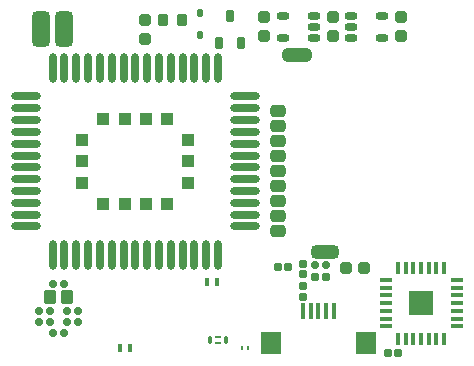
<source format=gtp>
%FSLAX44Y44*%
%MOMM*%
G71*
G01*
G75*
G04 Layer_Color=8421504*
G04:AMPARAMS|DCode=10|XSize=1.5mm|YSize=3mm|CornerRadius=0.375mm|HoleSize=0mm|Usage=FLASHONLY|Rotation=0.000|XOffset=0mm|YOffset=0mm|HoleType=Round|Shape=RoundedRectangle|*
%AMROUNDEDRECTD10*
21,1,1.5000,2.2500,0,0,0.0*
21,1,0.7500,3.0000,0,0,0.0*
1,1,0.7500,0.3750,-1.1250*
1,1,0.7500,-0.3750,-1.1250*
1,1,0.7500,-0.3750,1.1250*
1,1,0.7500,0.3750,1.1250*
%
%ADD10ROUNDEDRECTD10*%
%ADD11R,0.4000X1.4000*%
%ADD12R,1.8000X1.9000*%
G04:AMPARAMS|DCode=13|XSize=1mm|YSize=1.2mm|CornerRadius=0.165mm|HoleSize=0mm|Usage=FLASHONLY|Rotation=0.000|XOffset=0mm|YOffset=0mm|HoleType=Round|Shape=RoundedRectangle|*
%AMROUNDEDRECTD13*
21,1,1.0000,0.8700,0,0,0.0*
21,1,0.6700,1.2000,0,0,0.0*
1,1,0.3300,0.3350,-0.4350*
1,1,0.3300,-0.3350,-0.4350*
1,1,0.3300,-0.3350,0.4350*
1,1,0.3300,0.3350,0.4350*
%
%ADD13ROUNDEDRECTD13*%
G04:AMPARAMS|DCode=14|XSize=2.35mm|YSize=1.15mm|CornerRadius=0.3852mm|HoleSize=0mm|Usage=FLASHONLY|Rotation=180.000|XOffset=0mm|YOffset=0mm|HoleType=Round|Shape=RoundedRectangle|*
%AMROUNDEDRECTD14*
21,1,2.3500,0.3795,0,0,180.0*
21,1,1.5795,1.1500,0,0,180.0*
1,1,0.7705,-0.7897,0.1898*
1,1,0.7705,0.7897,0.1898*
1,1,0.7705,0.7897,-0.1898*
1,1,0.7705,-0.7897,-0.1898*
%
%ADD14ROUNDEDRECTD14*%
G04:AMPARAMS|DCode=15|XSize=1.3mm|YSize=1mm|CornerRadius=0.25mm|HoleSize=0mm|Usage=FLASHONLY|Rotation=180.000|XOffset=0mm|YOffset=0mm|HoleType=Round|Shape=RoundedRectangle|*
%AMROUNDEDRECTD15*
21,1,1.3000,0.5000,0,0,180.0*
21,1,0.8000,1.0000,0,0,180.0*
1,1,0.5000,-0.4000,0.2500*
1,1,0.5000,0.4000,0.2500*
1,1,0.5000,0.4000,-0.2500*
1,1,0.5000,-0.4000,-0.2500*
%
%ADD15ROUNDEDRECTD15*%
G04:AMPARAMS|DCode=16|XSize=2.5mm|YSize=1.15mm|CornerRadius=0.3852mm|HoleSize=0mm|Usage=FLASHONLY|Rotation=180.000|XOffset=0mm|YOffset=0mm|HoleType=Round|Shape=RoundedRectangle|*
%AMROUNDEDRECTD16*
21,1,2.5000,0.3795,0,0,180.0*
21,1,1.7295,1.1500,0,0,180.0*
1,1,0.7705,-0.8648,0.1898*
1,1,0.7705,0.8648,0.1898*
1,1,0.7705,0.8648,-0.1898*
1,1,0.7705,-0.8648,-0.1898*
%
%ADD16ROUNDEDRECTD16*%
%ADD17O,0.7000X2.5000*%
%ADD18O,2.5000X0.7000*%
%ADD19R,1.1000X1.1000*%
%ADD20R,4.0000X4.0000*%
%ADD21O,1.1000X0.4000*%
%ADD22O,0.4000X1.1000*%
G04:AMPARAMS|DCode=23|XSize=1.1mm|YSize=0.6mm|CornerRadius=0.201mm|HoleSize=0mm|Usage=FLASHONLY|Rotation=180.000|XOffset=0mm|YOffset=0mm|HoleType=Round|Shape=RoundedRectangle|*
%AMROUNDEDRECTD23*
21,1,1.1000,0.1980,0,0,180.0*
21,1,0.6980,0.6000,0,0,180.0*
1,1,0.4020,-0.3490,0.0990*
1,1,0.4020,0.3490,0.0990*
1,1,0.4020,0.3490,-0.0990*
1,1,0.4020,-0.3490,-0.0990*
%
%ADD23ROUNDEDRECTD23*%
G04:AMPARAMS|DCode=24|XSize=1mm|YSize=0.9mm|CornerRadius=0.198mm|HoleSize=0mm|Usage=FLASHONLY|Rotation=90.000|XOffset=0mm|YOffset=0mm|HoleType=Round|Shape=RoundedRectangle|*
%AMROUNDEDRECTD24*
21,1,1.0000,0.5040,0,0,90.0*
21,1,0.6040,0.9000,0,0,90.0*
1,1,0.3960,0.2520,0.3020*
1,1,0.3960,0.2520,-0.3020*
1,1,0.3960,-0.2520,-0.3020*
1,1,0.3960,-0.2520,0.3020*
%
%ADD24ROUNDEDRECTD24*%
G04:AMPARAMS|DCode=25|XSize=0.67mm|YSize=0.67mm|CornerRadius=0.1508mm|HoleSize=0mm|Usage=FLASHONLY|Rotation=180.000|XOffset=0mm|YOffset=0mm|HoleType=Round|Shape=RoundedRectangle|*
%AMROUNDEDRECTD25*
21,1,0.6700,0.3685,0,0,180.0*
21,1,0.3685,0.6700,0,0,180.0*
1,1,0.3015,-0.1843,0.1843*
1,1,0.3015,0.1843,0.1843*
1,1,0.3015,0.1843,-0.1843*
1,1,0.3015,-0.1843,-0.1843*
%
%ADD25ROUNDEDRECTD25*%
G04:AMPARAMS|DCode=26|XSize=0.67mm|YSize=0.67mm|CornerRadius=0.1508mm|HoleSize=0mm|Usage=FLASHONLY|Rotation=270.000|XOffset=0mm|YOffset=0mm|HoleType=Round|Shape=RoundedRectangle|*
%AMROUNDEDRECTD26*
21,1,0.6700,0.3685,0,0,270.0*
21,1,0.3685,0.6700,0,0,270.0*
1,1,0.3015,-0.1843,-0.1843*
1,1,0.3015,-0.1843,0.1843*
1,1,0.3015,0.1843,0.1843*
1,1,0.3015,0.1843,-0.1843*
%
%ADD26ROUNDEDRECTD26*%
G04:AMPARAMS|DCode=27|XSize=1.05mm|YSize=0.65mm|CornerRadius=0.2015mm|HoleSize=0mm|Usage=FLASHONLY|Rotation=90.000|XOffset=0mm|YOffset=0mm|HoleType=Round|Shape=RoundedRectangle|*
%AMROUNDEDRECTD27*
21,1,1.0500,0.2470,0,0,90.0*
21,1,0.6470,0.6500,0,0,90.0*
1,1,0.4030,0.1235,0.3235*
1,1,0.4030,0.1235,-0.3235*
1,1,0.4030,-0.1235,-0.3235*
1,1,0.4030,-0.1235,0.3235*
%
%ADD27ROUNDEDRECTD27*%
G04:AMPARAMS|DCode=28|XSize=0.65mm|YSize=0.5mm|CornerRadius=0.2mm|HoleSize=0mm|Usage=FLASHONLY|Rotation=270.000|XOffset=0mm|YOffset=0mm|HoleType=Round|Shape=RoundedRectangle|*
%AMROUNDEDRECTD28*
21,1,0.6500,0.1000,0,0,270.0*
21,1,0.2500,0.5000,0,0,270.0*
1,1,0.4000,-0.0500,-0.1250*
1,1,0.4000,-0.0500,0.1250*
1,1,0.4000,0.0500,0.1250*
1,1,0.4000,0.0500,-0.1250*
%
%ADD28ROUNDEDRECTD28*%
G04:AMPARAMS|DCode=29|XSize=0.62mm|YSize=0.62mm|CornerRadius=0.1488mm|HoleSize=0mm|Usage=FLASHONLY|Rotation=270.000|XOffset=0mm|YOffset=0mm|HoleType=Round|Shape=RoundedRectangle|*
%AMROUNDEDRECTD29*
21,1,0.6200,0.3224,0,0,270.0*
21,1,0.3224,0.6200,0,0,270.0*
1,1,0.2976,-0.1612,-0.1612*
1,1,0.2976,-0.1612,0.1612*
1,1,0.2976,0.1612,0.1612*
1,1,0.2976,0.1612,-0.1612*
%
%ADD29ROUNDEDRECTD29*%
G04:AMPARAMS|DCode=30|XSize=1mm|YSize=0.95mm|CornerRadius=0.1995mm|HoleSize=0mm|Usage=FLASHONLY|Rotation=0.000|XOffset=0mm|YOffset=0mm|HoleType=Round|Shape=RoundedRectangle|*
%AMROUNDEDRECTD30*
21,1,1.0000,0.5510,0,0,0.0*
21,1,0.6010,0.9500,0,0,0.0*
1,1,0.3990,0.3005,-0.2755*
1,1,0.3990,-0.3005,-0.2755*
1,1,0.3990,-0.3005,0.2755*
1,1,0.3990,0.3005,0.2755*
%
%ADD30ROUNDEDRECTD30*%
G04:AMPARAMS|DCode=31|XSize=1mm|YSize=0.95mm|CornerRadius=0.1995mm|HoleSize=0mm|Usage=FLASHONLY|Rotation=270.000|XOffset=0mm|YOffset=0mm|HoleType=Round|Shape=RoundedRectangle|*
%AMROUNDEDRECTD31*
21,1,1.0000,0.5510,0,0,270.0*
21,1,0.6010,0.9500,0,0,270.0*
1,1,0.3990,-0.2755,-0.3005*
1,1,0.3990,-0.2755,0.3005*
1,1,0.3990,0.2755,0.3005*
1,1,0.3990,0.2755,-0.3005*
%
%ADD31ROUNDEDRECTD31*%
G04:AMPARAMS|DCode=32|XSize=0.5mm|YSize=0.21mm|CornerRadius=0.0347mm|HoleSize=0mm|Usage=FLASHONLY|Rotation=180.000|XOffset=0mm|YOffset=0mm|HoleType=Round|Shape=RoundedRectangle|*
%AMROUNDEDRECTD32*
21,1,0.5000,0.1407,0,0,180.0*
21,1,0.4307,0.2100,0,0,180.0*
1,1,0.0693,-0.2154,0.0704*
1,1,0.0693,0.2154,0.0704*
1,1,0.0693,0.2154,-0.0704*
1,1,0.0693,-0.2154,-0.0704*
%
%ADD32ROUNDEDRECTD32*%
G04:AMPARAMS|DCode=33|XSize=0.3mm|YSize=0.65mm|CornerRadius=0.0495mm|HoleSize=0mm|Usage=FLASHONLY|Rotation=180.000|XOffset=0mm|YOffset=0mm|HoleType=Round|Shape=RoundedRectangle|*
%AMROUNDEDRECTD33*
21,1,0.3000,0.5510,0,0,180.0*
21,1,0.2010,0.6500,0,0,180.0*
1,1,0.0990,-0.1005,0.2755*
1,1,0.0990,0.1005,0.2755*
1,1,0.0990,0.1005,-0.2755*
1,1,0.0990,-0.1005,-0.2755*
%
%ADD33ROUNDEDRECTD33*%
G04:AMPARAMS|DCode=34|XSize=0.65mm|YSize=0.35mm|CornerRadius=0.0735mm|HoleSize=0mm|Usage=FLASHONLY|Rotation=270.000|XOffset=0mm|YOffset=0mm|HoleType=Round|Shape=RoundedRectangle|*
%AMROUNDEDRECTD34*
21,1,0.6500,0.2030,0,0,270.0*
21,1,0.5030,0.3500,0,0,270.0*
1,1,0.1470,-0.1015,-0.2515*
1,1,0.1470,-0.1015,0.2515*
1,1,0.1470,0.1015,0.2515*
1,1,0.1470,0.1015,-0.2515*
%
%ADD34ROUNDEDRECTD34*%
G04:AMPARAMS|DCode=35|XSize=0.3mm|YSize=0.25mm|CornerRadius=0.0525mm|HoleSize=0mm|Usage=FLASHONLY|Rotation=270.000|XOffset=0mm|YOffset=0mm|HoleType=Round|Shape=RoundedRectangle|*
%AMROUNDEDRECTD35*
21,1,0.3000,0.1450,0,0,270.0*
21,1,0.1950,0.2500,0,0,270.0*
1,1,0.1050,-0.0725,-0.0975*
1,1,0.1050,-0.0725,0.0975*
1,1,0.1050,0.0725,0.0975*
1,1,0.1050,0.0725,-0.0975*
%
%ADD35ROUNDEDRECTD35*%
%ADD36C,0.2500*%
%ADD37C,0.3500*%
%ADD38C,0.2000*%
%ADD39C,0.6000*%
%ADD40C,0.3000*%
%ADD41C,0.7000*%
%ADD42C,0.4000*%
%ADD43C,0.5000*%
%ADD44C,0.7000*%
%ADD45C,0.8000*%
G04:AMPARAMS|DCode=46|XSize=1.15mm|YSize=2.1mm|CornerRadius=0.2875mm|HoleSize=0mm|Usage=FLASHONLY|Rotation=90.000|XOffset=0mm|YOffset=0mm|HoleType=Round|Shape=RoundedRectangle|*
%AMROUNDEDRECTD46*
21,1,1.1500,1.5250,0,0,90.0*
21,1,0.5750,2.1000,0,0,90.0*
1,1,0.5750,0.7625,0.2875*
1,1,0.5750,0.7625,-0.2875*
1,1,0.5750,-0.7625,-0.2875*
1,1,0.5750,-0.7625,0.2875*
%
%ADD46ROUNDEDRECTD46*%
%ADD47C,1.8500*%
%ADD48R,1.3000X1.3000*%
%ADD49C,1.3000*%
%ADD50C,0.6000*%
G04:AMPARAMS|DCode=51|XSize=1mm|YSize=0.9mm|CornerRadius=0.198mm|HoleSize=0mm|Usage=FLASHONLY|Rotation=0.000|XOffset=0mm|YOffset=0mm|HoleType=Round|Shape=RoundedRectangle|*
%AMROUNDEDRECTD51*
21,1,1.0000,0.5040,0,0,0.0*
21,1,0.6040,0.9000,0,0,0.0*
1,1,0.3960,0.3020,-0.2520*
1,1,0.3960,-0.3020,-0.2520*
1,1,0.3960,-0.3020,0.2520*
1,1,0.3960,0.3020,0.2520*
%
%ADD51ROUNDEDRECTD51*%
G04:AMPARAMS|DCode=52|XSize=1mm|YSize=1.2mm|CornerRadius=0.165mm|HoleSize=0mm|Usage=FLASHONLY|Rotation=90.000|XOffset=0mm|YOffset=0mm|HoleType=Round|Shape=RoundedRectangle|*
%AMROUNDEDRECTD52*
21,1,1.0000,0.8700,0,0,90.0*
21,1,0.6700,1.2000,0,0,90.0*
1,1,0.3300,0.4350,0.3350*
1,1,0.3300,0.4350,-0.3350*
1,1,0.3300,-0.4350,-0.3350*
1,1,0.3300,-0.4350,0.3350*
%
%ADD52ROUNDEDRECTD52*%
G04:AMPARAMS|DCode=53|XSize=3.5mm|YSize=1.2mm|CornerRadius=0.198mm|HoleSize=0mm|Usage=FLASHONLY|Rotation=180.000|XOffset=0mm|YOffset=0mm|HoleType=Round|Shape=RoundedRectangle|*
%AMROUNDEDRECTD53*
21,1,3.5000,0.8040,0,0,180.0*
21,1,3.1040,1.2000,0,0,180.0*
1,1,0.3960,-1.5520,0.4020*
1,1,0.3960,1.5520,0.4020*
1,1,0.3960,1.5520,-0.4020*
1,1,0.3960,-1.5520,-0.4020*
%
%ADD53ROUNDEDRECTD53*%
G04:AMPARAMS|DCode=54|XSize=0.62mm|YSize=0.62mm|CornerRadius=0.1488mm|HoleSize=0mm|Usage=FLASHONLY|Rotation=0.000|XOffset=0mm|YOffset=0mm|HoleType=Round|Shape=RoundedRectangle|*
%AMROUNDEDRECTD54*
21,1,0.6200,0.3224,0,0,0.0*
21,1,0.3224,0.6200,0,0,0.0*
1,1,0.2976,0.1612,-0.1612*
1,1,0.2976,-0.1612,-0.1612*
1,1,0.2976,-0.1612,0.1612*
1,1,0.2976,0.1612,0.1612*
%
%ADD54ROUNDEDRECTD54*%
%ADD55C,0.2540*%
%ADD56C,0.1000*%
%ADD57C,0.0100*%
%ADD58C,0.1500*%
%ADD59C,0.0500*%
%ADD60R,2.1000X2.1000*%
D10*
X28100Y279955D02*
D03*
X48000D02*
D03*
D11*
X276000Y41000D02*
D03*
X250000D02*
D03*
X269500D02*
D03*
X256500D02*
D03*
X263000D02*
D03*
D12*
X303000Y14500D02*
D03*
X223000D02*
D03*
D13*
X35500Y53000D02*
D03*
X50500D02*
D03*
D14*
X268200Y91700D02*
D03*
D15*
X228500Y109100D02*
D03*
Y121800D02*
D03*
Y147200D02*
D03*
Y198000D02*
D03*
Y134500D02*
D03*
Y210700D02*
D03*
Y185300D02*
D03*
Y159900D02*
D03*
Y172600D02*
D03*
D16*
X245000Y258300D02*
D03*
D17*
X38000Y89000D02*
D03*
X48000D02*
D03*
X58000D02*
D03*
X68000D02*
D03*
X78000D02*
D03*
X88000D02*
D03*
X98000D02*
D03*
X108000D02*
D03*
X118000D02*
D03*
X128000D02*
D03*
X138000D02*
D03*
X148000D02*
D03*
X158000D02*
D03*
X168000D02*
D03*
X178000D02*
D03*
Y247000D02*
D03*
X168000D02*
D03*
X158000D02*
D03*
X148000D02*
D03*
X138000D02*
D03*
X128000D02*
D03*
X118000D02*
D03*
X108000D02*
D03*
X98000D02*
D03*
X88000D02*
D03*
X78000D02*
D03*
X68000D02*
D03*
X58000D02*
D03*
X48000D02*
D03*
X38000D02*
D03*
D18*
X200500Y113000D02*
D03*
Y123000D02*
D03*
Y133000D02*
D03*
Y143000D02*
D03*
Y153000D02*
D03*
Y163000D02*
D03*
Y173000D02*
D03*
Y183000D02*
D03*
Y193000D02*
D03*
Y203000D02*
D03*
Y213000D02*
D03*
Y223000D02*
D03*
X15500D02*
D03*
Y213000D02*
D03*
Y203000D02*
D03*
Y193000D02*
D03*
Y183000D02*
D03*
Y173000D02*
D03*
Y163000D02*
D03*
Y153000D02*
D03*
Y143000D02*
D03*
Y133000D02*
D03*
Y123000D02*
D03*
Y113000D02*
D03*
D19*
X81000Y132000D02*
D03*
X99000D02*
D03*
X117000D02*
D03*
X135000D02*
D03*
X153000Y150000D02*
D03*
Y168000D02*
D03*
Y186000D02*
D03*
X135000Y204000D02*
D03*
X117000D02*
D03*
X99000D02*
D03*
X81000D02*
D03*
X63000Y186000D02*
D03*
Y168000D02*
D03*
Y150000D02*
D03*
D21*
X380000Y67500D02*
D03*
Y61000D02*
D03*
Y54500D02*
D03*
Y48000D02*
D03*
Y41500D02*
D03*
Y35000D02*
D03*
Y28500D02*
D03*
X320000D02*
D03*
Y35000D02*
D03*
Y41500D02*
D03*
Y48000D02*
D03*
Y54500D02*
D03*
Y61000D02*
D03*
Y67500D02*
D03*
D22*
X369500Y18000D02*
D03*
X363000D02*
D03*
X356500D02*
D03*
X350000D02*
D03*
X343500D02*
D03*
X337000D02*
D03*
X330500D02*
D03*
Y78000D02*
D03*
X337000D02*
D03*
X343500D02*
D03*
X350000D02*
D03*
X356500D02*
D03*
X363000D02*
D03*
X369500D02*
D03*
D23*
X259000Y272500D02*
D03*
Y282000D02*
D03*
Y291500D02*
D03*
X233000D02*
D03*
Y272500D02*
D03*
X291000Y291500D02*
D03*
Y282000D02*
D03*
Y272500D02*
D03*
X317000D02*
D03*
Y291500D02*
D03*
D24*
X147500Y287600D02*
D03*
X131500D02*
D03*
D25*
X322000Y6000D02*
D03*
X330800D02*
D03*
X269150Y69750D02*
D03*
X260350D02*
D03*
X228600Y79000D02*
D03*
X237400D02*
D03*
D26*
X250000Y72600D02*
D03*
Y81400D02*
D03*
Y53600D02*
D03*
Y62400D02*
D03*
D27*
X178500Y268500D02*
D03*
X197500D02*
D03*
X188000Y291500D02*
D03*
D28*
X163000Y275250D02*
D03*
Y293250D02*
D03*
D29*
X260165Y80000D02*
D03*
X269165D02*
D03*
X35500Y41000D02*
D03*
X26500D02*
D03*
X35499Y31999D02*
D03*
X26499D02*
D03*
X47500Y64000D02*
D03*
X38500D02*
D03*
X47500Y23000D02*
D03*
X38500D02*
D03*
X59500Y41000D02*
D03*
X50500D02*
D03*
X59499Y31999D02*
D03*
X50499D02*
D03*
D30*
X116500Y271600D02*
D03*
Y287600D02*
D03*
X217000Y274000D02*
D03*
Y290000D02*
D03*
X333000D02*
D03*
Y274000D02*
D03*
X275000Y290000D02*
D03*
Y274000D02*
D03*
D31*
X286000Y77750D02*
D03*
X302000D02*
D03*
D32*
X178000Y19200D02*
D03*
Y14600D02*
D03*
D33*
X184750Y16900D02*
D03*
X171250D02*
D03*
D34*
X95100Y10000D02*
D03*
X103600D02*
D03*
X168700Y65700D02*
D03*
X177200D02*
D03*
X103600Y10000D02*
D03*
X95100D02*
D03*
X177200Y65700D02*
D03*
X168700D02*
D03*
D35*
X203600Y10000D02*
D03*
X198100D02*
D03*
X203600D02*
D03*
X198100D02*
D03*
D60*
X350000Y48000D02*
D03*
M02*

</source>
